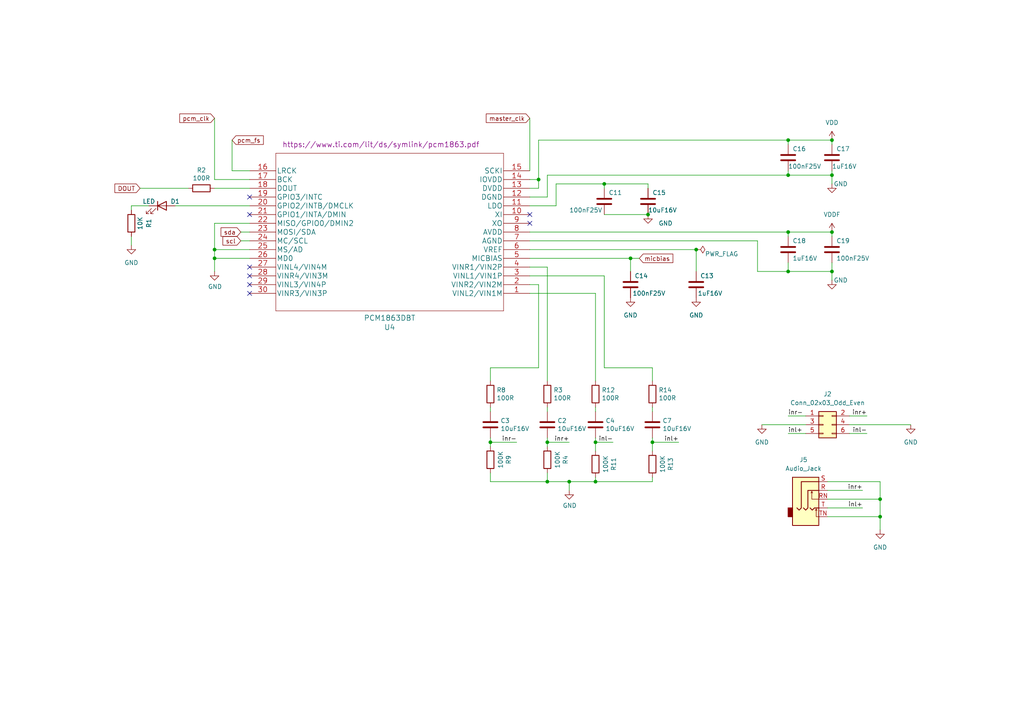
<source format=kicad_sch>
(kicad_sch (version 20230121) (generator eeschema)
  (paper "A4")
  (title_block (title "Open Pedalboard Soundcard") (date "2023-12-19") (rev "0.0.1") (company "github.com/pedalboard") (comment 1 "Source Code: https://github.com/pedalboard/pedalboard-hw") (comment 2 "License: CERN Open Hardware Licence Version 2 - Permissive"))
  (lib_symbols
    (symbol "Connector_Audio:AudioJack3_SwitchTR"
      (property "Reference" "J" (at 0 8.89 0))
      (property "Value" "AudioJack3_SwitchTR" (at 0 6.35 0))
      (symbol "AudioJack3_SwitchTR_0_1"
        (rectangle (start -5.08 -5.08) (end -6.35 -7.62) (stroke (width 0.254)) (fill (type outline)))
        (polyline (pts (xy 0.508 -0.254) (xy 0.762 -0.762)))
        (polyline (pts (xy 1.778 -5.334) (xy 2.032 -5.842)))
        (polyline (pts (xy 0 -5.08) (xy 0.635 -5.715) (xy 1.27 -5.08) (xy 2.54 -5.08)) (stroke (width 0.254)))
        (polyline (pts (xy 2.54 -7.62) (xy 1.778 -7.62) (xy 1.778 -5.334) (xy 1.524 -5.842)))
        (polyline (pts (xy 2.54 -2.54) (xy 0.508 -2.54) (xy 0.508 -0.254) (xy 0.254 -0.762)))
        (polyline (pts (xy -1.905 -5.08) (xy -1.27 -5.715) (xy -0.635 -5.08) (xy -0.635 0) (xy 2.54 0)) (stroke (width 0.254)))
        (polyline (pts (xy 2.54 2.54) (xy -2.54 2.54) (xy -2.54 -5.08) (xy -3.175 -5.715) (xy -3.81 -5.08)) (stroke (width 0.254)))
        (rectangle (start 2.54 3.81) (end -5.08 -10.16) (stroke (width 0.254)) (fill (type background)))
      )
      (symbol "AudioJack3_SwitchTR_1_1"
        (pin passive line (at 5.08 0 180) (length 2.54) (name "~") (number "R"))
        (pin passive line (at 5.08 -2.54 180) (length 2.54) (name "~") (number "RN"))
        (pin passive line (at 5.08 2.54 180) (length 2.54) (name "~") (number "S"))
        (pin passive line (at 5.08 -5.08 180) (length 2.54) (name "~") (number "T"))
        (pin passive line (at 5.08 -7.62 180) (length 2.54) (name "~") (number "TN"))
      )
    )
    (symbol "Connector_Generic:Conn_02x03_Odd_Even" (pin_names (offset 1.016) hide)
      (property "Reference" "J" (at 1.27 5.08 0))
      (property "Value" "Conn_02x03_Odd_Even" (at 1.27 -5.08 0))
      (symbol "Conn_02x03_Odd_Even_1_1"
        (rectangle (start -1.27 -2.413) (end 0 -2.667) (stroke (width 0.1524)))
        (rectangle (start -1.27 0.127) (end 0 -0.127) (stroke (width 0.1524)))
        (rectangle (start -1.27 2.667) (end 0 2.413) (stroke (width 0.1524)))
        (rectangle (start -1.27 3.81) (end 3.81 -3.81) (stroke (width 0.254)) (fill (type background)))
        (rectangle (start 3.81 -2.413) (end 2.54 -2.667) (stroke (width 0.1524)))
        (rectangle (start 3.81 0.127) (end 2.54 -0.127) (stroke (width 0.1524)))
        (rectangle (start 3.81 2.667) (end 2.54 2.413) (stroke (width 0.1524)))
        (pin passive line (at -5.08 2.54 0) (length 3.81) (name "Pin_1") (number "1"))
        (pin passive line (at 7.62 2.54 180) (length 3.81) (name "Pin_2") (number "2"))
        (pin passive line (at -5.08 0 0) (length 3.81) (name "Pin_3") (number "3"))
        (pin passive line (at 7.62 0 180) (length 3.81) (name "Pin_4") (number "4"))
        (pin passive line (at -5.08 -2.54 0) (length 3.81) (name "Pin_5") (number "5"))
        (pin passive line (at 7.62 -2.54 180) (length 3.81) (name "Pin_6") (number "6"))
      )
    )
    (symbol "Device:C" (pin_numbers hide) (pin_names (offset 0.254))
      (property "Reference" "C" (at 0.635 2.54 0))
      (property "Value" "C" (at 0.635 -2.54 0))
      (symbol "C_0_1"
        (polyline (pts (xy -2.032 -0.762) (xy 2.032 -0.762)) (stroke (width 0.508)))
        (polyline (pts (xy -2.032 0.762) (xy 2.032 0.762)) (stroke (width 0.508)))
      )
      (symbol "C_1_1"
        (pin passive line (at 0 3.81 270) (length 2.794) (name "~") (number "1"))
        (pin passive line (at 0 -3.81 90) (length 2.794) (name "~") (number "2"))
      )
    )
    (symbol "Device:LED" (pin_numbers hide) (pin_names (offset 1.016) hide)
      (property "Reference" "D" (at 0 2.54 0))
      (property "Value" "LED" (at 0 -2.54 0))
      (symbol "LED_0_1"
        (polyline (pts (xy -1.27 -1.27) (xy -1.27 1.27)) (stroke (width 0.254)))
        (polyline (pts (xy -1.27 0) (xy 1.27 0)))
        (polyline (pts (xy 1.27 -1.27) (xy 1.27 1.27) (xy -1.27 0) (xy 1.27 -1.27)) (stroke (width 0.254)))
        (polyline (pts (xy -3.048 -0.762) (xy -4.572 -2.286) (xy -3.81 -2.286) (xy -4.572 -2.286) (xy -4.572 -1.524)))
        (polyline (pts (xy -1.778 -0.762) (xy -3.302 -2.286) (xy -2.54 -2.286) (xy -3.302 -2.286) (xy -3.302 -1.524)))
      )
      (symbol "LED_1_1"
        (pin passive line (at -3.81 0 0) (length 2.54) (name "K") (number "1"))
        (pin passive line (at 3.81 0 180) (length 2.54) (name "A") (number "2"))
      )
    )
    (symbol "Device:R" (pin_numbers hide) (pin_names (offset 0))
      (property "Reference" "R" (at 2.032 0 90))
      (property "Value" "R" (at 0 0 90))
      (symbol "R_0_1"
        (rectangle (start -1.016 -2.54) (end 1.016 2.54) (stroke (width 0.254)))
      )
      (symbol "R_1_1"
        (pin passive line (at 0 3.81 270) (length 1.27) (name "~") (number "1"))
        (pin passive line (at 0 -3.81 90) (length 1.27) (name "~") (number "2"))
      )
    )
    (symbol "pedalboard-soundcard:PCM1863DBT-pcm1863" (pin_names (offset 0.254))
      (property "Reference" "U4" (at 40.64 9.8298 0))
      (property "Value" "PCM1863DBT" (at 40.64 7.1374 0))
      (property "Datasheet" "https://www.ti.com/lit/ds/symlink/pcm1863.pdf" (at 43.18 -43.18 0))
      (symbol "PCM1863DBT-pcm1863_1_1"
        (polyline (pts (xy 7.62 -40.64) (xy 73.66 -40.64)) (stroke (width 0.127)))
        (polyline (pts (xy 7.62 5.08) (xy 7.62 -40.64)) (stroke (width 0.127)))
        (polyline (pts (xy 73.66 -40.64) (xy 73.66 5.08)) (stroke (width 0.127)))
        (polyline (pts (xy 73.66 5.08) (xy 7.62 5.08)) (stroke (width 0.127)))
        (pin input line (at 0 0 0) (length 7.62) (name "VINL2/VIN1M") (number "1"))
        (pin input line (at 0 -22.86 0) (length 7.62) (name "XI") (number "10"))
        (pin output line (at 0 -25.4 0) (length 7.62) (name "LDO") (number "11"))
        (pin power_in line (at 0 -27.94 0) (length 7.62) (name "DGND") (number "12"))
        (pin power_in line (at 0 -30.48 0) (length 7.62) (name "DVDD") (number "13"))
        (pin power_in line (at 0 -33.02 0) (length 7.62) (name "IOVDD") (number "14"))
        (pin input line (at 0 -35.56 0) (length 7.62) (name "SCKI") (number "15"))
        (pin bidirectional line (at 81.28 -35.56 180) (length 7.62) (name "LRCK") (number "16"))
        (pin bidirectional line (at 81.28 -33.02 180) (length 7.62) (name "BCK") (number "17"))
        (pin output line (at 81.28 -30.48 180) (length 7.62) (name "DOUT") (number "18"))
        (pin bidirectional line (at 81.28 -27.94 180) (length 7.62) (name "GPIO3/INTC") (number "19"))
        (pin input line (at 0 -2.54 0) (length 7.62) (name "VINR2/VIN2M") (number "2"))
        (pin bidirectional line (at 81.28 -25.4 180) (length 7.62) (name "GPIO2/INTB/DMCLK") (number "20"))
        (pin bidirectional line (at 81.28 -22.86 180) (length 7.62) (name "GPIO1/INTA/DMIN") (number "21"))
        (pin bidirectional line (at 81.28 -20.32 180) (length 7.62) (name "MISO/GPIO0/DMIN2") (number "22"))
        (pin bidirectional line (at 81.28 -17.78 180) (length 7.62) (name "MOSI/SDA") (number "23"))
        (pin input line (at 81.28 -15.24 180) (length 7.62) (name "MC/SCL") (number "24"))
        (pin input line (at 81.28 -12.7 180) (length 7.62) (name "MS/AD") (number "25"))
        (pin input line (at 81.28 -10.16 180) (length 7.62) (name "MD0") (number "26"))
        (pin input line (at 81.28 -7.62 180) (length 7.62) (name "VINL4/VIN4M") (number "27"))
        (pin input line (at 81.28 -5.08 180) (length 7.62) (name "VINR4/VIN3M") (number "28"))
        (pin input line (at 81.28 -2.54 180) (length 7.62) (name "VINL3/VIN4P") (number "29"))
        (pin input line (at 0 -5.08 0) (length 7.62) (name "VINL1/VIN1P") (number "3"))
        (pin input line (at 81.28 0 180) (length 7.62) (name "VINR3/VIN3P") (number "30"))
        (pin input line (at 0 -7.62 0) (length 7.62) (name "VINR1/VIN2P") (number "4"))
        (pin unspecified line (at 0 -10.16 0) (length 7.62) (name "MICBIAS") (number "5"))
        (pin power_in line (at 0 -12.7 0) (length 7.62) (name "VREF") (number "6"))
        (pin power_in line (at 0 -15.24 0) (length 7.62) (name "AGND") (number "7"))
        (pin power_in line (at 0 -17.78 0) (length 7.62) (name "AVDD") (number "8"))
        (pin output line (at 0 -20.32 0) (length 7.62) (name "XO") (number "9"))
      )
    )
    (symbol "power:GND" (power) (pin_names (offset 0))
      (property "Value" "GND" (at 0 -3.81 0))
      (symbol "GND_0_1"
        (polyline (pts (xy 0 0) (xy 0 -1.27) (xy 1.27 -1.27) (xy 0 -2.54) (xy -1.27 -1.27) (xy 0 -1.27)))
      )
      (symbol "GND_1_1"
        (pin power_in line (at 0 0 270) (length 0) hide (name "GND") (number "1"))
      )
    )
    (symbol "power:PWR_FLAG" (power) (pin_numbers hide) (pin_names (offset 0) hide)
      (property "Value" "PWR_FLAG" (at 0 3.81 0))
      (symbol "PWR_FLAG_0_0"
        (pin power_out line (at 0 0 90) (length 0) (name "pwr") (number "1"))
      )
      (symbol "PWR_FLAG_0_1"
        (polyline (pts (xy 0 0) (xy 0 1.27) (xy -1.016 1.905) (xy 0 2.54) (xy 1.016 1.905) (xy 0 1.27)))
      )
    )
    (symbol "power:VDD" (power) (pin_names (offset 0))
      (property "Value" "VDD" (at 0 3.81 0))
      (symbol "VDD_0_1"
        (polyline (pts (xy -0.762 1.27) (xy 0 2.54)))
        (polyline (pts (xy 0 0) (xy 0 2.54)))
        (polyline (pts (xy 0 2.54) (xy 0.762 1.27)))
      )
      (symbol "VDD_1_1"
        (pin power_in line (at 0 0 90) (length 0) hide (name "VDD") (number "1"))
      )
    )
    (symbol "power:VDDF" (power) (pin_names (offset 0))
      (property "Value" "VDDF" (at 0 3.81 0))
      (symbol "VDDF_0_1"
        (polyline (pts (xy -0.762 1.27) (xy 0 2.54)))
        (polyline (pts (xy 0 0) (xy 0 2.54)))
        (polyline (pts (xy 0 2.54) (xy 0.762 1.27)))
      )
      (symbol "VDDF_1_1"
        (pin power_in line (at 0 0 90) (length 0) hide (name "VDDF") (number "1"))
      )
    )
  )
  (junction (at 175.26 53.34))
  (junction (at 228.6 50.8))
  (junction (at 189.23 128.27))
  (junction (at 228.6 67.31))
  (junction (at 255.27 149.86))
  (junction (at 241.3 78.74))
  (junction (at 165.1 139.7))
  (junction (at 62.23 72.39))
  (junction (at 201.93 72.39))
  (junction (at 187.96 62.23))
  (junction (at 228.6 40.64))
  (junction (at 142.24 128.27))
  (junction (at 255.27 144.78))
  (junction (at 62.23 74.93))
  (junction (at 241.3 40.64))
  (junction (at 172.72 139.7))
  (junction (at 158.75 128.27))
  (junction (at 241.3 50.8))
  (junction (at 156.21 52.07))
  (junction (at 158.75 139.7))
  (junction (at 172.72 128.27))
  (junction (at 241.3 67.31))
  (junction (at 182.88 74.93))
  (junction (at 228.6 78.74))
  (no_connect (at 72.39 77.47))
  (no_connect (at 72.39 62.23))
  (no_connect (at 72.39 85.09))
  (no_connect (at 72.39 80.01))
  (no_connect (at 153.67 62.23))
  (no_connect (at 72.39 82.55))
  (no_connect (at 153.67 64.77))
  (no_connect (at 72.39 57.15))
  (wire (pts (xy 172.72 85.09) (xy 172.72 110.49)))
  (wire (pts (xy 172.72 128.27) (xy 172.72 127)))
  (wire (pts (xy 172.72 128.27) (xy 177.8 128.27)))
  (wire (pts (xy 172.72 128.27) (xy 172.72 130.81)))
  (wire (pts (xy 240.03 139.7) (xy 255.27 139.7)))
  (wire (pts (xy 158.75 129.54) (xy 158.75 128.27)))
  (wire (pts (xy 172.72 139.7) (xy 189.23 139.7)))
  (wire (pts (xy 255.27 149.86) (xy 255.27 153.67)))
  (wire (pts (xy 255.27 144.78) (xy 255.27 149.86)))
  (wire (pts (xy 240.03 147.32) (xy 250.19 147.32)))
  (wire (pts (xy 62.23 52.07) (xy 72.39 52.07)))
  (wire (pts (xy 153.67 69.85) (xy 219.71 69.85)))
  (wire (pts (xy 241.3 53.34) (xy 241.3 50.8)))
  (wire (pts (xy 251.46 120.65) (xy 246.38 120.65)))
  (wire (pts (xy 228.6 68.58) (xy 228.6 67.31)))
  (wire (pts (xy 156.21 54.61) (xy 153.67 54.61)))
  (wire (pts (xy 220.98 123.19) (xy 233.68 123.19)))
  (wire (pts (xy 142.24 118.11) (xy 142.24 119.38)))
  (wire (pts (xy 153.67 57.15) (xy 158.75 57.15)))
  (wire (pts (xy 228.6 40.64) (xy 156.21 40.64)))
  (wire (pts (xy 165.1 139.7) (xy 165.1 142.24)))
  (wire (pts (xy 158.75 127) (xy 158.75 128.27)))
  (wire (pts (xy 228.6 49.53) (xy 228.6 50.8)))
  (wire (pts (xy 189.23 128.27) (xy 189.23 130.81)))
  (wire (pts (xy 67.31 49.53) (xy 67.31 40.64)))
  (wire (pts (xy 182.88 74.93) (xy 185.42 74.93)))
  (wire (pts (xy 201.93 78.74) (xy 201.93 72.39)))
  (wire (pts (xy 38.1 59.69) (xy 38.1 60.96)))
  (wire (pts (xy 153.67 82.55) (xy 156.21 82.55)))
  (wire (pts (xy 219.71 69.85) (xy 219.71 78.74)))
  (wire (pts (xy 189.23 110.49) (xy 189.23 106.68)))
  (wire (pts (xy 255.27 139.7) (xy 255.27 144.78)))
  (wire (pts (xy 40.64 54.61) (xy 54.61 54.61)))
  (wire (pts (xy 72.39 72.39) (xy 62.23 72.39)))
  (wire (pts (xy 153.67 77.47) (xy 158.75 77.47)))
  (wire (pts (xy 228.6 40.64) (xy 241.3 40.64)))
  (wire (pts (xy 153.67 49.53) (xy 153.67 34.29)))
  (wire (pts (xy 175.26 106.68) (xy 175.26 80.01)))
  (wire (pts (xy 142.24 128.27) (xy 142.24 127)))
  (wire (pts (xy 142.24 110.49) (xy 142.24 106.68)))
  (wire (pts (xy 153.67 52.07) (xy 156.21 52.07)))
  (wire (pts (xy 189.23 128.27) (xy 196.85 128.27)))
  (wire (pts (xy 72.39 54.61) (xy 62.23 54.61)))
  (wire (pts (xy 153.67 85.09) (xy 172.72 85.09)))
  (wire (pts (xy 189.23 139.7) (xy 189.23 138.43)))
  (wire (pts (xy 142.24 139.7) (xy 158.75 139.7)))
  (wire (pts (xy 142.24 129.54) (xy 142.24 128.27)))
  (wire (pts (xy 241.3 78.74) (xy 241.3 76.2)))
  (wire (pts (xy 69.85 69.85) (xy 72.39 69.85)))
  (wire (pts (xy 241.3 40.64) (xy 241.3 41.91)))
  (wire (pts (xy 241.3 49.53) (xy 241.3 50.8)))
  (wire (pts (xy 175.26 53.34) (xy 175.26 54.61)))
  (wire (pts (xy 158.75 57.15) (xy 158.75 50.8)))
  (wire (pts (xy 153.67 72.39) (xy 201.93 72.39)))
  (wire (pts (xy 72.39 64.77) (xy 62.23 64.77)))
  (wire (pts (xy 228.6 125.73) (xy 233.68 125.73)))
  (wire (pts (xy 228.6 78.74) (xy 241.3 78.74)))
  (wire (pts (xy 228.6 50.8) (xy 241.3 50.8)))
  (wire (pts (xy 241.3 81.28) (xy 241.3 78.74)))
  (wire (pts (xy 142.24 139.7) (xy 142.24 137.16)))
  (wire (pts (xy 161.29 59.69) (xy 161.29 53.34)))
  (wire (pts (xy 240.03 142.24) (xy 250.19 142.24)))
  (wire (pts (xy 175.26 62.23) (xy 187.96 62.23)))
  (wire (pts (xy 69.85 67.31) (xy 72.39 67.31)))
  (wire (pts (xy 62.23 64.77) (xy 62.23 72.39)))
  (wire (pts (xy 142.24 128.27) (xy 149.86 128.27)))
  (wire (pts (xy 228.6 40.64) (xy 228.6 41.91)))
  (wire (pts (xy 156.21 82.55) (xy 156.21 106.68)))
  (wire (pts (xy 189.23 118.11) (xy 189.23 119.38)))
  (wire (pts (xy 175.26 80.01) (xy 153.67 80.01)))
  (wire (pts (xy 156.21 52.07) (xy 156.21 54.61)))
  (wire (pts (xy 172.72 118.11) (xy 172.72 119.38)))
  (wire (pts (xy 172.72 138.43) (xy 172.72 139.7)))
  (wire (pts (xy 142.24 106.68) (xy 156.21 106.68)))
  (wire (pts (xy 240.03 144.78) (xy 255.27 144.78)))
  (wire (pts (xy 228.6 67.31) (xy 241.3 67.31)))
  (wire (pts (xy 158.75 137.16) (xy 158.75 139.7)))
  (wire (pts (xy 165.1 128.27) (xy 158.75 128.27)))
  (wire (pts (xy 156.21 40.64) (xy 156.21 52.07)))
  (wire (pts (xy 228.6 120.65) (xy 233.68 120.65)))
  (wire (pts (xy 228.6 78.74) (xy 228.6 76.2)))
  (wire (pts (xy 175.26 53.34) (xy 187.96 53.34)))
  (wire (pts (xy 246.38 123.19) (xy 264.16 123.19)))
  (wire (pts (xy 72.39 49.53) (xy 67.31 49.53)))
  (wire (pts (xy 153.67 74.93) (xy 182.88 74.93)))
  (wire (pts (xy 50.8 59.69) (xy 72.39 59.69)))
  (wire (pts (xy 153.67 67.31) (xy 228.6 67.31)))
  (wire (pts (xy 187.96 53.34) (xy 187.96 54.61)))
  (wire (pts (xy 38.1 68.58) (xy 38.1 71.12)))
  (wire (pts (xy 62.23 74.93) (xy 62.23 78.74)))
  (wire (pts (xy 158.75 139.7) (xy 165.1 139.7)))
  (wire (pts (xy 241.3 68.58) (xy 241.3 67.31)))
  (wire (pts (xy 182.88 78.74) (xy 182.88 74.93)))
  (wire (pts (xy 228.6 78.74) (xy 219.71 78.74)))
  (wire (pts (xy 240.03 149.86) (xy 255.27 149.86)))
  (wire (pts (xy 165.1 139.7) (xy 172.72 139.7)))
  (wire (pts (xy 72.39 74.93) (xy 62.23 74.93)))
  (wire (pts (xy 189.23 106.68) (xy 175.26 106.68)))
  (wire (pts (xy 158.75 118.11) (xy 158.75 119.38)))
  (wire (pts (xy 158.75 50.8) (xy 228.6 50.8)))
  (wire (pts (xy 161.29 53.34) (xy 175.26 53.34)))
  (wire (pts (xy 251.46 125.73) (xy 246.38 125.73)))
  (wire (pts (xy 62.23 34.29) (xy 62.23 52.07)))
  (wire (pts (xy 189.23 128.27) (xy 189.23 127)))
  (wire (pts (xy 43.18 59.69) (xy 38.1 59.69)))
  (wire (pts (xy 153.67 59.69) (xy 161.29 59.69)))
  (wire (pts (xy 158.75 77.47) (xy 158.75 110.49)))
  (wire (pts (xy 62.23 72.39) (xy 62.23 74.93)))
  (label "inr+" (at 250.19 142.24 180))
  (label "inr+" (at 251.46 120.65 180))
  (label "inr+" (at 165.1 128.27 180))
  (label "inr-" (at 228.6 120.65 0))
  (label "inl+" (at 228.6 125.73 0))
  (label "inl+" (at 250.19 147.32 180))
  (label "inl+" (at 196.85 128.27 180))
  (label "inl-" (at 177.8 128.27 180))
  (label "inl-" (at 251.46 125.73 180))
  (label "inr-" (at 149.86 128.27 180))
  (global_label "master_clk" (shape input) (at 153.67 34.29 180) (property "Intersheetrefs" "${INTERSHEET_REFS}" (effects hide)))
  (global_label "scl" (shape input) (at 69.85 69.85 180) (property "Intersheetrefs" "${INTERSHEET_REFS}" (effects hide)))
  (global_label "micbias" (shape input) (at 185.42 74.93 0) (property "Intersheetrefs" "${INTERSHEET_REFS}" (effects hide)))
  (global_label "DOUT" (shape input) (at 40.64 54.61 180) (property "Intersheetrefs" "${INTERSHEET_REFS}" (effects hide)))
  (global_label "pcm_clk" (shape input) (at 62.23 34.29 180) (property "Intersheetrefs" "${INTERSHEET_REFS}" (effects hide)))
  (global_label "sda" (shape input) (at 69.85 67.31 180) (property "Intersheetrefs" "${INTERSHEET_REFS}" (effects hide)))
  (global_label "pcm_fs" (shape input) (at 67.31 40.64 0) (property "Intersheetrefs" "${INTERSHEET_REFS}" (effects hide)))
  (symbol (lib_id "Device:C") (at 158.75 123.19 0) (unit 1)
    (property "Reference" "C2" (at 161.671 122.0216 0) (effects (justify left)))
    (property "Value" "10uF16V" (at 161.671 124.333 0) (effects (justify left)))
    (property "Footprint" "Capacitor_SMD:C_0805_2012Metric" (effects hide))
    (property "Datasheet" "https://www.samsungsem.com/resources/file/global/support/product_catalog/MLCC.pdf" (effects hide))
    (property "Supplier" "https://www.digikey.ch/de/products/detail/samsung-electro-mechanics/CL21X106KAYNNNE/5961182" (effects hide))
    (instances (project "pedalboard-soundcard" (path "" (reference "C2") (unit 1)) (path "" (reference "C2") (unit 1))) (project "zynthiandac" (path "" (reference "C1") (unit 1))))
  )
  (symbol (lib_id "Device:C") (at 142.24 123.19 0) (unit 1)
    (property "Reference" "C3" (at 145.161 122.0216 0) (effects (justify left)))
    (property "Value" "10uF16V" (at 145.161 124.333 0) (effects (justify left)))
    (property "Footprint" "Capacitor_SMD:C_0805_2012Metric" (effects hide))
    (property "Datasheet" "https://www.samsungsem.com/resources/file/global/support/product_catalog/MLCC.pdf" (effects hide))
    (property "Supplier" "https://www.digikey.ch/de/products/detail/samsung-electro-mechanics/CL21X106KAYNNNE/5961182" (effects hide))
    (instances (project "pedalboard-soundcard" (path "" (reference "C3") (unit 1)) (path "" (reference "C3") (unit 1))) (project "zynthiandac" (path "" (reference "C2") (unit 1))))
  )
  (symbol (lib_id "Device:R") (at 172.72 114.3 0) (unit 1)
    (property "Reference" "R12" (at 174.498 113.1316 0) (effects (justify left)))
    (property "Value" "100R" (at 174.498 115.443 0) (effects (justify left)))
    (property "Footprint" "Resistor_SMD:R_0805_2012Metric" (effects hide))
    (property "Datasheet" "https://www.seielect.com/catalog/sei-rmcf_rmcp.pdf" (effects hide))
    (property "Supplier" "https://www.digikey.ch/de/products/detail/stackpole-electronics-inc/RMCF0805FT100R/1760711" (effects hide))
  )
  (symbol (lib_id "Device:C") (at 241.3 45.72 0) (unit 1)
    (property "Reference" "C17" (at 242.57 43.18 0) (effects (justify left)))
    (property "Value" "1uF16V" (at 241.3 48.26 0) (effects (justify left)))
    (property "Footprint" "Capacitor_SMD:C_0805_2012Metric" (effects hide))
    (property "Datasheet" "https://www.samsungsem.com/resources/file/global/support/product_catalog/MLCC.pdf" (effects hide))
    (property "Supplier" "https://www.digikey.ch/de/products/detail/samsung-electro-mechanics/CL21B105KAFNNNE/3886724" (effects hide))
    (instances (project "pedalboard-soundcard" (path "" (reference "C17") (unit 1)) (path "" (reference "C17") (unit 1))) (project "zynthiandac" (path "" (reference "C34") (unit 1))))
  )
  (symbol (lib_id "Device:C") (at 228.6 72.39 0) (unit 1)
    (property "Reference" "C18" (at 229.87 69.85 0) (effects (justify left)))
    (property "Value" "1uF16V" (at 229.87 74.93 0) (effects (justify left)))
    (property "Footprint" "Capacitor_SMD:C_0805_2012Metric" (effects hide))
    (property "Datasheet" "https://www.samsungsem.com/resources/file/global/support/product_catalog/MLCC.pdf" (effects hide))
    (property "Supplier" "https://www.digikey.ch/de/products/detail/samsung-electro-mechanics/CL21B105KAFNNNE/3886724" (effects hide))
    (instances (project "pedalboard-soundcard" (path "" (reference "C18") (unit 1)) (path "" (reference "C18") (unit 1))) (project "zynthiandac" (path "" (reference "C35") (unit 1))))
  )
  (symbol (lib_id "power:GND") (at 241.3 81.28 0) (unit 1)
    (property "Reference" "#PWR034" (effects hide))
    (property "Value" "GND" (at 243.84 81.28 0))
  )
  (symbol (lib_id "Device:R") (at 142.24 133.35 180) (unit 1)
    (property "Reference" "R9" (at 147.4978 133.35 90))
    (property "Value" "100K" (at 145.1864 133.35 90))
    (property "Footprint" "Resistor_SMD:R_0805_2012Metric" (effects hide))
    (property "Datasheet" "https://www.seielect.com/catalog/sei-rmcf_rmcp.pdf" (effects hide))
    (property "Supplier" "https://www.digikey.ch/de/products/detail/stackpole-electronics-inc/RMCF0805FG100K/1712614" (effects hide))
    (instances (project "pedalboard-soundcard" (path "" (reference "R9") (unit 1)) (path "" (reference "R9") (unit 1))) (project "zynthiandac" (path "" (reference "R10") (unit 1))))
  )
  (symbol (lib_id "power:GND") (at 264.16 123.19 0) (unit 1)
    (property "Reference" "#PWR014" (effects hide))
    (property "Value" "GND" (at 264.16 128.27 0))
  )
  (symbol (lib_id "power:VDD") (at 241.3 40.64 0) (unit 1)
    (property "Reference" "#PWR023" (effects hide))
    (property "Value" "VDD" (at 241.3 35.56 0))
  )
  (symbol (lib_id "power:GND") (at 255.27 153.67 0) (unit 1)
    (property "Reference" "#PWR042" (effects hide))
    (property "Value" "GND" (at 255.27 158.75 0))
  )
  (symbol (lib_id "Device:R") (at 172.72 134.62 180) (unit 1)
    (property "Reference" "R11" (at 177.9778 134.62 90))
    (property "Value" "100K" (at 175.6664 134.62 90))
    (property "Footprint" "Resistor_SMD:R_0805_2012Metric" (effects hide))
    (property "Datasheet" "https://www.seielect.com/catalog/sei-rmcf_rmcp.pdf" (effects hide))
    (property "Supplier" "https://www.digikey.ch/de/products/detail/stackpole-electronics-inc/RMCF0805FG100K/1712614" (effects hide))
  )
  (symbol (lib_id "power:GND") (at 201.93 86.36 0) (unit 1)
    (property "Reference" "#PWR033" (effects hide))
    (property "Value" "GND" (at 201.93 91.44 0))
  )
  (symbol (lib_id "Device:R") (at 189.23 114.3 0) (unit 1)
    (property "Reference" "R14" (at 191.008 113.1316 0) (effects (justify left)))
    (property "Value" "100R" (at 191.008 115.443 0) (effects (justify left)))
    (property "Footprint" "Resistor_SMD:R_0805_2012Metric" (effects hide))
    (property "Datasheet" "https://www.seielect.com/catalog/sei-rmcf_rmcp.pdf" (effects hide))
    (property "Supplier" "https://www.digikey.ch/de/products/detail/stackpole-electronics-inc/RMCF0805FT100R/1760711" (effects hide))
  )
  (symbol (lib_id "Device:C") (at 201.93 82.55 180) (unit 1)
    (property "Reference" "C13" (at 207.01 80.01 0) (effects (justify left)))
    (property "Value" "1uF16V" (at 209.55 85.09 0) (effects (justify left)))
    (property "Footprint" "Capacitor_SMD:C_0805_2012Metric" (effects hide))
    (property "Datasheet" "https://www.samsungsem.com/resources/file/global/support/product_catalog/MLCC.pdf" (effects hide))
    (property "Supplier" "https://www.digikey.ch/de/products/detail/samsung-electro-mechanics/CL21B105KAFNNNE/3886724" (effects hide))
    (instances (project "pedalboard-soundcard" (path "" (reference "C13") (unit 1)) (path "" (reference "C13") (unit 1))) (project "zynthiandac" (path "" (reference "C14") (unit 1))))
  )
  (symbol (lib_id "Device:C") (at 187.96 58.42 0) (unit 1)
    (property "Reference" "C15" (at 189.23 55.88 0) (effects (justify left)))
    (property "Value" "10uF16V" (at 187.96 60.96 0) (effects (justify left)))
    (property "Footprint" "Capacitor_SMD:C_0805_2012Metric" (effects hide))
    (property "Datasheet" "https://www.samsungsem.com/resources/file/global/support/product_catalog/MLCC.pdf" (effects hide))
    (property "Supplier" "https://www.digikey.ch/de/products/detail/samsung-electro-mechanics/CL21X106KAYNNNE/5961182" (effects hide))
    (instances (project "pedalboard-soundcard" (path "" (reference "C15") (unit 1)) (path "" (reference "C15") (unit 1))) (project "zynthiandac" (path "" (reference "C17") (unit 1))))
  )
  (symbol (lib_id "pedalboard-soundcard:PCM1863DBT-pcm1863") (at 153.67 85.09 180) (unit 1)
    (property "Reference" "U4" (at 113.03 94.9198 0) (effects (font (size 1.524 1.524))))
    (property "Value" "PCM1863DBT" (at 113.03 92.2274 0) (effects (font (size 1.524 1.524))))
    (property "Footprint" "Package_SO:TSSOP-30_4.4x7.8mm_P0.5mm" (effects hide))
    (property "Datasheet" "https://www.ti.com/lit/ds/symlink/pcm1863.pdf" (at 110.49 41.91 0) (effects (font (size 1.524 1.524))))
    (property "Supplier" "https://www.digikey.ch/de/products/detail/texas-instruments/PCM1863DBT/4895616" (effects hide))
    (instances (project "pedalboard-soundcard" (path "" (reference "U4") (unit 1)) (path "" (reference "U4") (unit 1))) (project "zynthiandac" (path "" (reference "U1") (unit 1))))
  )
  (symbol (lib_id "Device:R") (at 158.75 133.35 180) (unit 1)
    (property "Reference" "R4" (at 164.0078 133.35 90))
    (property "Value" "100K" (at 161.6964 133.35 90))
    (property "Footprint" "Resistor_SMD:R_0805_2012Metric" (effects hide))
    (property "Datasheet" "https://www.seielect.com/catalog/sei-rmcf_rmcp.pdf" (effects hide))
    (property "Supplier" "https://www.digikey.ch/de/products/detail/stackpole-electronics-inc/RMCF0805FG100K/1712614" (effects hide))
    (instances (project "pedalboard-soundcard" (path "" (reference "R4") (unit 1)) (path "" (reference "R4") (unit 1))) (project "zynthiandac" (path "" (reference "R8") (unit 1))))
  )
  (symbol (lib_id "Device:R") (at 189.23 134.62 180) (unit 1)
    (property "Reference" "R13" (at 194.4878 134.62 90))
    (property "Value" "100K" (at 192.1764 134.62 90))
    (property "Footprint" "Resistor_SMD:R_0805_2012Metric" (effects hide))
    (property "Datasheet" "https://www.seielect.com/catalog/sei-rmcf_rmcp.pdf" (effects hide))
    (property "Supplier" "https://www.digikey.ch/de/products/detail/stackpole-electronics-inc/RMCF0805FG100K/1712614" (effects hide))
  )
  (symbol (lib_id "power:GND") (at 187.96 62.23 0) (unit 1)
    (property "Reference" "#PWR035" (effects hide))
    (property "Value" "GND" (at 193.04 64.77 0))
  )
  (symbol (lib_id "Device:R") (at 142.24 114.3 0) (unit 1)
    (property "Reference" "R8" (at 144.018 113.1316 0) (effects (justify left)))
    (property "Value" "100R" (at 144.018 115.443 0) (effects (justify left)))
    (property "Footprint" "Resistor_SMD:R_0805_2012Metric" (effects hide))
    (property "Datasheet" "https://www.seielect.com/catalog/sei-rmcf_rmcp.pdf" (effects hide))
    (property "Supplier" "https://www.digikey.ch/de/products/detail/stackpole-electronics-inc/RMCF0805FT100R/1760711" (effects hide))
    (instances (project "pedalboard-soundcard" (path "" (reference "R8") (unit 1)) (path "" (reference "R8") (unit 1))) (project "zynthiandac" (path "" (reference "R9") (unit 1))))
  )
  (symbol (lib_id "Device:C") (at 175.26 58.42 0) (unit 1)
    (property "Reference" "C11" (at 176.53 55.88 0) (effects (justify left)))
    (property "Value" "100nF25V" (at 165.1 60.96 0) (effects (justify left)))
    (property "Footprint" "Capacitor_SMD:C_0805_2012Metric" (effects hide))
    (property "Datasheet" "https://www.samsungsem.com/resources/file/global/support/product_catalog/MLCC.pdf" (effects hide))
    (property "Supplier" "https://www.digikey.ch/de/products/detail/samsung-electro-mechanics/CL21B104KBCNNNC/3886661" (effects hide))
    (instances (project "pedalboard-soundcard" (path "" (reference "C11") (unit 1)) (path "" (reference "C11") (unit 1))) (project "zynthiandac" (path "" (reference "C12") (unit 1))))
  )
  (symbol (lib_id "power:GND") (at 241.3 53.34 0) (unit 1)
    (property "Reference" "#PWR010" (effects hide))
    (property "Value" "GND" (at 243.84 53.34 0))
    (instances (project "pedalboard-soundcard" (path "" (reference "#PWR010") (unit 1)) (path "" (reference "#PWR07") (unit 1))) (project "zynthiandac" (path "" (reference "#PWR0101") (unit 1))))
  )
  (symbol (lib_id "power:GND") (at 38.1 71.12 0) (unit 1)
    (property "Reference" "#PWR036" (effects hide))
    (property "Value" "GND" (at 38.1 76.2 0))
  )
  (symbol (lib_id "power:GND") (at 165.1 142.24 0) (unit 1)
    (property "Reference" "#PWR05" (effects hide))
    (property "Value" "GND" (at 165.227 146.6342 0))
    (instances (project "pedalboard-soundcard" (path "" (reference "#PWR05") (unit 1)) (path "" (reference "#PWR05") (unit 1))) (project "zynthiandac" (path "" (reference "#PWR0105") (unit 1))))
  )
  (symbol (lib_id "Connector_Audio:AudioJack3_SwitchTR") (at 234.95 142.24 0) (unit 1)
    (property "Reference" "J5" (at 233.045 133.35 0))
    (property "Value" "Audio_Jack" (at 233.045 135.89 0))
    (property "Footprint" "Connector_Audio:Jack_3.5mm_CUI_SJ1-3525N_Horizontal" (effects hide))
    (property "Datasheet" "https://www.cuidevices.com/product/resource/sj1-352xng.pdf" (effects hide))
    (property "Supplier" "https://www.digikey.ch/de/products/detail/schurter-inc/4833-2320/2644235" (effects hide))
    (instances (project "pedalboard-soundcard" (path "" (reference "J5") (unit 1)) (path "" (reference "J4") (unit 1))))
  )
  (symbol (lib_id "Device:R") (at 58.42 54.61 270) (unit 1)
    (property "Reference" "R2" (at 58.42 49.3522 90))
    (property "Value" "100R" (at 58.42 51.6636 90))
    (property "Footprint" "Resistor_SMD:R_0805_2012Metric" (effects hide))
    (property "Datasheet" "https://www.seielect.com/catalog/sei-rmcf_rmcp.pdf" (effects hide))
    (property "Supplier" "https://www.digikey.ch/de/products/detail/stackpole-electronics-inc/RMCF0805FT100R/1760711" (effects hide))
    (instances (project "pedalboard-soundcard" (path "" (reference "R2") (unit 1)) (path "" (reference "R2") (unit 1))) (project "zynthiandac" (path "" (reference "R3") (unit 1))))
  )
  (symbol (lib_id "power:GND") (at 62.23 78.74 0) (unit 1)
    (property "Reference" "#PWR02" (effects hide))
    (property "Value" "GND" (at 62.357 83.1342 0))
    (instances (project "pedalboard-soundcard" (path "" (reference "#PWR02") (unit 1)) (path "" (reference "#PWR02") (unit 1))) (project "zynthiandac" (path "" (reference "#PWR0102") (unit 1))))
  )
  (symbol (lib_id "power:GND") (at 220.98 123.19 0) (unit 1)
    (property "Reference" "#PWR015" (effects hide))
    (property "Value" "GND" (at 220.98 128.27 0))
  )
  (symbol (lib_id "Device:R") (at 158.75 114.3 0) (unit 1)
    (property "Reference" "R3" (at 160.528 113.1316 0) (effects (justify left)))
    (property "Value" "100R" (at 160.528 115.443 0) (effects (justify left)))
    (property "Footprint" "Resistor_SMD:R_0805_2012Metric" (effects hide))
    (property "Datasheet" "https://www.seielect.com/catalog/sei-rmcf_rmcp.pdf" (effects hide))
    (property "Supplier" "https://www.digikey.ch/de/products/detail/stackpole-electronics-inc/RMCF0805FT100R/1760711" (effects hide))
    (instances (project "pedalboard-soundcard" (path "" (reference "R3") (unit 1)) (path "" (reference "R3") (unit 1))) (project "zynthiandac" (path "" (reference "R4") (unit 1))))
  )
  (symbol (lib_id "Device:C") (at 182.88 82.55 180) (unit 1)
    (property "Reference" "C14" (at 187.96 80.01 0) (effects (justify left)))
    (property "Value" "100nF25V" (at 193.04 85.09 0) (effects (justify left)))
    (property "Footprint" "Capacitor_SMD:C_0805_2012Metric" (effects hide))
    (property "Datasheet" "https://www.samsungsem.com/resources/file/global/support/product_catalog/MLCC.pdf" (effects hide))
    (property "Supplier" "https://www.digikey.ch/de/products/detail/samsung-electro-mechanics/CL21B104KBCNNNC/3886661" (effects hide))
    (instances (project "pedalboard-soundcard" (path "" (reference "C14") (unit 1)) (path "" (reference "C14") (unit 1))) (project "zynthiandac" (path "" (reference "C15") (unit 1))))
  )
  (symbol (lib_id "Connector_Generic:Conn_02x03_Odd_Even") (at 238.76 123.19 0) (unit 1)
    (property "Reference" "J2" (at 240.03 114.3 0))
    (property "Value" "Conn_02x03_Odd_Even" (at 240.03 116.84 0))
    (property "Footprint" "pedalboard-soundcard:PinSocket_2x03_P2.54mm_Vertical" (effects hide))
    (property "Datasheet" "https://www.te.com/commerce/DocumentDelivery/DDEController?Action=srchrtrv&DocNm=534206&DocType=Customer+Drawing&DocLang=English" (effects hide))
    (property "Supplier" "https://www.digikey.ch/de/products/detail/te-connectivity-amp-connectors/5-534206-3/1093005" (effects hide))
    (instances (project "pedalboard-soundcard" (path "" (reference "J2") (unit 1)) (path "" (reference "J3") (unit 1))))
  )
  (symbol (lib_id "Device:C") (at 241.3 72.39 0) (unit 1)
    (property "Reference" "C19" (at 242.57 69.85 0) (effects (justify left)))
    (property "Value" "100nF25V" (at 242.57 74.93 0) (effects (justify left)))
    (property "Footprint" "Capacitor_SMD:C_0805_2012Metric" (effects hide))
    (property "Datasheet" "https://www.samsungsem.com/resources/file/global/support/product_catalog/MLCC.pdf" (effects hide))
    (property "Supplier" "https://www.digikey.ch/de/products/detail/samsung-electro-mechanics/CL21B104KBCNNNC/3886661" (effects hide))
    (instances (project "pedalboard-soundcard" (path "" (reference "C19") (unit 1)) (path "" (reference "C19") (unit 1))) (project "zynthiandac" (path "" (reference "C21") (unit 1))))
  )
  (symbol (lib_id "Device:LED") (at 46.99 59.69 0) (unit 1)
    (property "Reference" "D1" (at 50.8 58.42 0))
    (property "Value" "LED" (at 43.18 58.42 0))
    (property "Footprint" "LED_SMD:LED_0805_2012Metric" (effects hide))
  )
  (symbol (lib_id "power:PWR_FLAG") (at 201.93 72.39 270) (unit 1)
    (property "Reference" "#FLG03" (effects hide))
    (property "Value" "PWR_FLAG" (at 204.47 73.66 90) (effects (justify left)))
    (instances (project "pedalboard-soundcard" (path "" (reference "#FLG03") (unit 1)) (path "" (reference "#FLG03") (unit 1))) (project "zynthiandac" (path "" (reference "#FLG0103") (unit 1))))
  )
  (symbol (lib_id "Device:C") (at 228.6 45.72 0) (unit 1)
    (property "Reference" "C16" (at 229.87 43.18 0) (effects (justify left)))
    (property "Value" "100nF25V" (at 228.6 48.26 0) (effects (justify left)))
    (property "Footprint" "Capacitor_SMD:C_0805_2012Metric" (effects hide))
    (property "Datasheet" "https://www.samsungsem.com/resources/file/global/support/product_catalog/MLCC.pdf" (effects hide))
    (property "Supplier" "https://www.digikey.ch/de/products/detail/samsung-electro-mechanics/CL21B104KBCNNNC/3886661" (effects hide))
    (instances (project "pedalboard-soundcard" (path "" (reference "C16") (unit 1)) (path "" (reference "C16") (unit 1))) (project "zynthiandac" (path "" (reference "C19") (unit 1))))
  )
  (symbol (lib_id "power:VDDF") (at 241.3 67.31 0) (unit 1)
    (property "Reference" "#PWR039" (effects hide))
    (property "Value" "VDDF" (at 241.3 62.23 0))
  )
  (symbol (lib_id "Device:C") (at 189.23 123.19 0) (unit 1)
    (property "Reference" "C7" (at 192.151 122.0216 0) (effects (justify left)))
    (property "Value" "10uF16V" (at 192.151 124.333 0) (effects (justify left)))
    (property "Footprint" "Capacitor_SMD:C_0805_2012Metric" (effects hide))
    (property "Datasheet" "https://www.samsungsem.com/resources/file/global/support/product_catalog/MLCC.pdf" (effects hide))
    (property "Supplier" "https://www.digikey.ch/de/products/detail/samsung-electro-mechanics/CL21X106KAYNNNE/5961182" (effects hide))
    (instances (project "pedalboard-soundcard" (path "" (reference "C7") (unit 1)) (path "" (reference "C7") (unit 1))) (project "zynthiandac" (path "" (reference "C6") (unit 1))))
  )
  (symbol (lib_id "Device:R") (at 38.1 64.77 0) (unit 1)
    (property "Reference" "R1" (at 43.18 64.77 90))
    (property "Value" "10K" (at 40.64 64.77 90))
    (property "Footprint" "Resistor_SMD:R_0805_2012Metric" (effects hide))
    (property "Datasheet" "https://www.seielect.com/catalog/sei-rmcf_rmcp.pdf" (effects hide))
    (property "Supplier" "https://www.digikey.ch/de/products/detail/stackpole-electronics-inc/RMCF0805FT10K0/1760676" (effects hide))
    (instances (project "pedalboard-soundcard" (path "" (reference "R1") (unit 1)) (path "" (reference "R1") (unit 1))) (project "zynthiandac" (path "" (reference "R2") (unit 1))))
  )
  (symbol (lib_id "Device:C") (at 172.72 123.19 0) (unit 1)
    (property "Reference" "C4" (at 175.641 122.0216 0) (effects (justify left)))
    (property "Value" "10uF16V" (at 175.641 124.333 0) (effects (justify left)))
    (property "Footprint" "Capacitor_SMD:C_0805_2012Metric" (effects hide))
    (property "Datasheet" "https://www.samsungsem.com/resources/file/global/support/product_catalog/MLCC.pdf" (effects hide))
    (property "Supplier" "https://www.digikey.ch/de/products/detail/samsung-electro-mechanics/CL21X106KAYNNNE/5961182" (effects hide))
    (instances (project "pedalboard-soundcard" (path "" (reference "C4") (unit 1)) (path "" (reference "C4") (unit 1))) (project "zynthiandac" (path "" (reference "C3") (unit 1))))
  )
  (symbol (lib_id "power:GND") (at 182.88 86.36 0) (unit 1)
    (property "Reference" "#PWR032" (effects hide))
    (property "Value" "GND" (at 182.88 91.44 0))
  )
)
</source>
